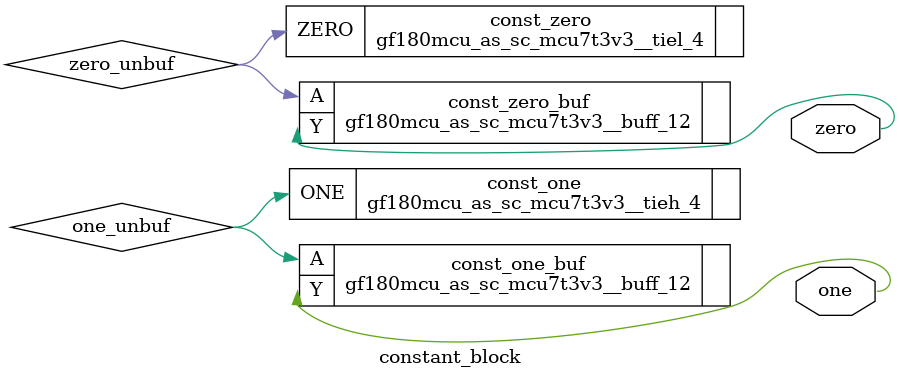
<source format=v>

`default_nettype none
/* 
 *---------------------------------------------------------------------
 * A simple module that generates buffered high and low outputs
 * in the 3.3V domain, using the Avalon Semiconductor standard cells.
 *---------------------------------------------------------------------
 */

module constant_block (
    `ifdef USE_POWER_PINS
         inout vdd,
         inout vss,
    `endif

    output	 one,
    output	 zero
);

    wire	one_unbuf;
    wire	zero_unbuf;

    gf180mcu_as_sc_mcu7t3v3__tieh_4 const_one (
`ifdef USE_POWER_PINS
            .VDD(vdd),
            .VSS(vss),
            .VNW(vdd),
            .VPW(vss),
`endif
            .ONE(one_unbuf)
    );

    gf180mcu_as_sc_mcu7t3v3__tiel_4 const_zero (
`ifdef USE_POWER_PINS
            .VDD(vdd),
            .VSS(vss),
            .VNW(vdd),
            .VPW(vss),
`endif
            .ZERO(zero_unbuf)
    );

    /* Buffer the constant outputs (could be synthesized) */

    gf180mcu_as_sc_mcu7t3v3__buff_12 const_one_buf (
`ifdef USE_POWER_PINS
            .VDD(vdd),
            .VSS(vss),
            .VNW(vdd),
            .VPW(vss),
`endif
            .A(one_unbuf),
            .Y(one)
    );

    gf180mcu_as_sc_mcu7t3v3__buff_12 const_zero_buf (
`ifdef USE_POWER_PINS
            .VDD(vdd),
            .VSS(vss),
            .VNW(vdd),
            .VPW(vss),
`endif
            .A(zero_unbuf),
            .Y(zero)
    );

    /* For LVS purposes, enumerate the decap cells */

`ifdef LVS
    gf180mcu_as_sc_mcu7t3v3__decap_4 const_decap [1:0] (
    `ifdef USE_POWER_PINS
            .VDD(vdd),
            .VSS(vss),
            .VNW(vdd),
            .VPW(vss)
    `endif
    );
`endif

endmodule
`default_nettype wire

</source>
